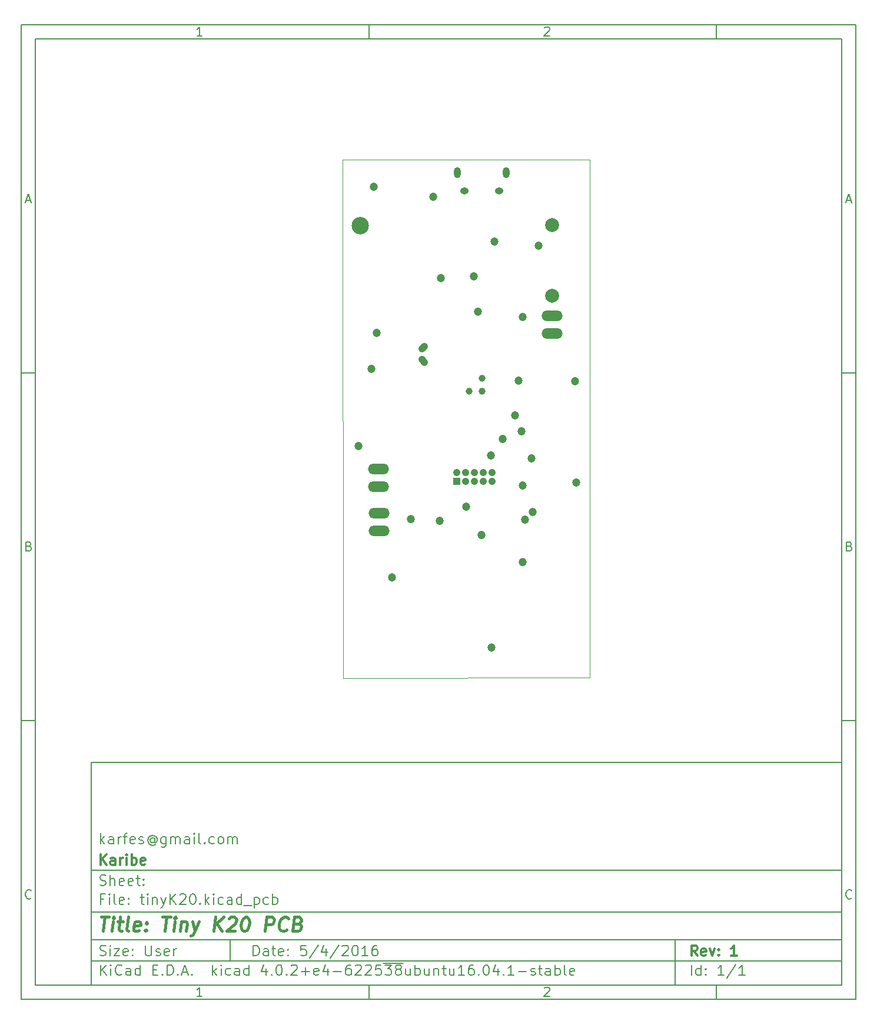
<source format=gbr>
G04 #@! TF.FileFunction,Soldermask,Bot*
%FSLAX46Y46*%
G04 Gerber Fmt 4.6, Leading zero omitted, Abs format (unit mm)*
G04 Created by KiCad (PCBNEW 4.0.2+e4-6225~38~ubuntu16.04.1-stable) date Wed 01 Jun 2016 06:58:51 PM EAT*
%MOMM*%
G01*
G04 APERTURE LIST*
%ADD10C,0.100000*%
%ADD11C,0.150000*%
%ADD12C,0.300000*%
%ADD13C,0.400000*%
%ADD14O,1.250000X0.950000*%
%ADD15O,1.000000X1.550000*%
%ADD16C,1.998980*%
%ADD17O,3.014980X1.506220*%
%ADD18C,1.000760*%
%ADD19R,1.050000X1.050000*%
%ADD20C,1.050000*%
%ADD21C,2.499360*%
%ADD22C,1.200000*%
%ADD23C,1.000000*%
G04 APERTURE END LIST*
D10*
D11*
X20004800Y-115994600D02*
X20004800Y-147994600D01*
X128004800Y-147994600D01*
X128004800Y-115994600D01*
X20004800Y-115994600D01*
D10*
D11*
X10000000Y-10000000D02*
X10000000Y-149994600D01*
X130004800Y-149994600D01*
X130004800Y-10000000D01*
X10000000Y-10000000D01*
D10*
D11*
X12000000Y-12000000D02*
X12000000Y-147994600D01*
X128004800Y-147994600D01*
X128004800Y-12000000D01*
X12000000Y-12000000D01*
D10*
D11*
X60000000Y-12000000D02*
X60000000Y-10000000D01*
D10*
D11*
X110000000Y-12000000D02*
X110000000Y-10000000D01*
D10*
D11*
X35990476Y-11588095D02*
X35247619Y-11588095D01*
X35619048Y-11588095D02*
X35619048Y-10288095D01*
X35495238Y-10473810D01*
X35371429Y-10597619D01*
X35247619Y-10659524D01*
D10*
D11*
X85247619Y-10411905D02*
X85309524Y-10350000D01*
X85433333Y-10288095D01*
X85742857Y-10288095D01*
X85866667Y-10350000D01*
X85928571Y-10411905D01*
X85990476Y-10535714D01*
X85990476Y-10659524D01*
X85928571Y-10845238D01*
X85185714Y-11588095D01*
X85990476Y-11588095D01*
D10*
D11*
X60000000Y-147994600D02*
X60000000Y-149994600D01*
D10*
D11*
X110000000Y-147994600D02*
X110000000Y-149994600D01*
D10*
D11*
X35990476Y-149582695D02*
X35247619Y-149582695D01*
X35619048Y-149582695D02*
X35619048Y-148282695D01*
X35495238Y-148468410D01*
X35371429Y-148592219D01*
X35247619Y-148654124D01*
D10*
D11*
X85247619Y-148406505D02*
X85309524Y-148344600D01*
X85433333Y-148282695D01*
X85742857Y-148282695D01*
X85866667Y-148344600D01*
X85928571Y-148406505D01*
X85990476Y-148530314D01*
X85990476Y-148654124D01*
X85928571Y-148839838D01*
X85185714Y-149582695D01*
X85990476Y-149582695D01*
D10*
D11*
X10000000Y-60000000D02*
X12000000Y-60000000D01*
D10*
D11*
X10000000Y-110000000D02*
X12000000Y-110000000D01*
D10*
D11*
X10690476Y-35216667D02*
X11309524Y-35216667D01*
X10566667Y-35588095D02*
X11000000Y-34288095D01*
X11433333Y-35588095D01*
D10*
D11*
X11092857Y-84907143D02*
X11278571Y-84969048D01*
X11340476Y-85030952D01*
X11402381Y-85154762D01*
X11402381Y-85340476D01*
X11340476Y-85464286D01*
X11278571Y-85526190D01*
X11154762Y-85588095D01*
X10659524Y-85588095D01*
X10659524Y-84288095D01*
X11092857Y-84288095D01*
X11216667Y-84350000D01*
X11278571Y-84411905D01*
X11340476Y-84535714D01*
X11340476Y-84659524D01*
X11278571Y-84783333D01*
X11216667Y-84845238D01*
X11092857Y-84907143D01*
X10659524Y-84907143D01*
D10*
D11*
X11402381Y-135464286D02*
X11340476Y-135526190D01*
X11154762Y-135588095D01*
X11030952Y-135588095D01*
X10845238Y-135526190D01*
X10721429Y-135402381D01*
X10659524Y-135278571D01*
X10597619Y-135030952D01*
X10597619Y-134845238D01*
X10659524Y-134597619D01*
X10721429Y-134473810D01*
X10845238Y-134350000D01*
X11030952Y-134288095D01*
X11154762Y-134288095D01*
X11340476Y-134350000D01*
X11402381Y-134411905D01*
D10*
D11*
X130004800Y-60000000D02*
X128004800Y-60000000D01*
D10*
D11*
X130004800Y-110000000D02*
X128004800Y-110000000D01*
D10*
D11*
X128695276Y-35216667D02*
X129314324Y-35216667D01*
X128571467Y-35588095D02*
X129004800Y-34288095D01*
X129438133Y-35588095D01*
D10*
D11*
X129097657Y-84907143D02*
X129283371Y-84969048D01*
X129345276Y-85030952D01*
X129407181Y-85154762D01*
X129407181Y-85340476D01*
X129345276Y-85464286D01*
X129283371Y-85526190D01*
X129159562Y-85588095D01*
X128664324Y-85588095D01*
X128664324Y-84288095D01*
X129097657Y-84288095D01*
X129221467Y-84350000D01*
X129283371Y-84411905D01*
X129345276Y-84535714D01*
X129345276Y-84659524D01*
X129283371Y-84783333D01*
X129221467Y-84845238D01*
X129097657Y-84907143D01*
X128664324Y-84907143D01*
D10*
D11*
X129407181Y-135464286D02*
X129345276Y-135526190D01*
X129159562Y-135588095D01*
X129035752Y-135588095D01*
X128850038Y-135526190D01*
X128726229Y-135402381D01*
X128664324Y-135278571D01*
X128602419Y-135030952D01*
X128602419Y-134845238D01*
X128664324Y-134597619D01*
X128726229Y-134473810D01*
X128850038Y-134350000D01*
X129035752Y-134288095D01*
X129159562Y-134288095D01*
X129345276Y-134350000D01*
X129407181Y-134411905D01*
D10*
D11*
X43361943Y-143773171D02*
X43361943Y-142273171D01*
X43719086Y-142273171D01*
X43933371Y-142344600D01*
X44076229Y-142487457D01*
X44147657Y-142630314D01*
X44219086Y-142916029D01*
X44219086Y-143130314D01*
X44147657Y-143416029D01*
X44076229Y-143558886D01*
X43933371Y-143701743D01*
X43719086Y-143773171D01*
X43361943Y-143773171D01*
X45504800Y-143773171D02*
X45504800Y-142987457D01*
X45433371Y-142844600D01*
X45290514Y-142773171D01*
X45004800Y-142773171D01*
X44861943Y-142844600D01*
X45504800Y-143701743D02*
X45361943Y-143773171D01*
X45004800Y-143773171D01*
X44861943Y-143701743D01*
X44790514Y-143558886D01*
X44790514Y-143416029D01*
X44861943Y-143273171D01*
X45004800Y-143201743D01*
X45361943Y-143201743D01*
X45504800Y-143130314D01*
X46004800Y-142773171D02*
X46576229Y-142773171D01*
X46219086Y-142273171D02*
X46219086Y-143558886D01*
X46290514Y-143701743D01*
X46433372Y-143773171D01*
X46576229Y-143773171D01*
X47647657Y-143701743D02*
X47504800Y-143773171D01*
X47219086Y-143773171D01*
X47076229Y-143701743D01*
X47004800Y-143558886D01*
X47004800Y-142987457D01*
X47076229Y-142844600D01*
X47219086Y-142773171D01*
X47504800Y-142773171D01*
X47647657Y-142844600D01*
X47719086Y-142987457D01*
X47719086Y-143130314D01*
X47004800Y-143273171D01*
X48361943Y-143630314D02*
X48433371Y-143701743D01*
X48361943Y-143773171D01*
X48290514Y-143701743D01*
X48361943Y-143630314D01*
X48361943Y-143773171D01*
X48361943Y-142844600D02*
X48433371Y-142916029D01*
X48361943Y-142987457D01*
X48290514Y-142916029D01*
X48361943Y-142844600D01*
X48361943Y-142987457D01*
X50933372Y-142273171D02*
X50219086Y-142273171D01*
X50147657Y-142987457D01*
X50219086Y-142916029D01*
X50361943Y-142844600D01*
X50719086Y-142844600D01*
X50861943Y-142916029D01*
X50933372Y-142987457D01*
X51004800Y-143130314D01*
X51004800Y-143487457D01*
X50933372Y-143630314D01*
X50861943Y-143701743D01*
X50719086Y-143773171D01*
X50361943Y-143773171D01*
X50219086Y-143701743D01*
X50147657Y-143630314D01*
X52719085Y-142201743D02*
X51433371Y-144130314D01*
X53861943Y-142773171D02*
X53861943Y-143773171D01*
X53504800Y-142201743D02*
X53147657Y-143273171D01*
X54076229Y-143273171D01*
X55719085Y-142201743D02*
X54433371Y-144130314D01*
X56147657Y-142416029D02*
X56219086Y-142344600D01*
X56361943Y-142273171D01*
X56719086Y-142273171D01*
X56861943Y-142344600D01*
X56933372Y-142416029D01*
X57004800Y-142558886D01*
X57004800Y-142701743D01*
X56933372Y-142916029D01*
X56076229Y-143773171D01*
X57004800Y-143773171D01*
X57933371Y-142273171D02*
X58076228Y-142273171D01*
X58219085Y-142344600D01*
X58290514Y-142416029D01*
X58361943Y-142558886D01*
X58433371Y-142844600D01*
X58433371Y-143201743D01*
X58361943Y-143487457D01*
X58290514Y-143630314D01*
X58219085Y-143701743D01*
X58076228Y-143773171D01*
X57933371Y-143773171D01*
X57790514Y-143701743D01*
X57719085Y-143630314D01*
X57647657Y-143487457D01*
X57576228Y-143201743D01*
X57576228Y-142844600D01*
X57647657Y-142558886D01*
X57719085Y-142416029D01*
X57790514Y-142344600D01*
X57933371Y-142273171D01*
X59861942Y-143773171D02*
X59004799Y-143773171D01*
X59433371Y-143773171D02*
X59433371Y-142273171D01*
X59290514Y-142487457D01*
X59147656Y-142630314D01*
X59004799Y-142701743D01*
X61147656Y-142273171D02*
X60861942Y-142273171D01*
X60719085Y-142344600D01*
X60647656Y-142416029D01*
X60504799Y-142630314D01*
X60433370Y-142916029D01*
X60433370Y-143487457D01*
X60504799Y-143630314D01*
X60576227Y-143701743D01*
X60719085Y-143773171D01*
X61004799Y-143773171D01*
X61147656Y-143701743D01*
X61219085Y-143630314D01*
X61290513Y-143487457D01*
X61290513Y-143130314D01*
X61219085Y-142987457D01*
X61147656Y-142916029D01*
X61004799Y-142844600D01*
X60719085Y-142844600D01*
X60576227Y-142916029D01*
X60504799Y-142987457D01*
X60433370Y-143130314D01*
D10*
D11*
X20004800Y-144494600D02*
X128004800Y-144494600D01*
D10*
D11*
X21361943Y-146573171D02*
X21361943Y-145073171D01*
X22219086Y-146573171D02*
X21576229Y-145716029D01*
X22219086Y-145073171D02*
X21361943Y-145930314D01*
X22861943Y-146573171D02*
X22861943Y-145573171D01*
X22861943Y-145073171D02*
X22790514Y-145144600D01*
X22861943Y-145216029D01*
X22933371Y-145144600D01*
X22861943Y-145073171D01*
X22861943Y-145216029D01*
X24433372Y-146430314D02*
X24361943Y-146501743D01*
X24147657Y-146573171D01*
X24004800Y-146573171D01*
X23790515Y-146501743D01*
X23647657Y-146358886D01*
X23576229Y-146216029D01*
X23504800Y-145930314D01*
X23504800Y-145716029D01*
X23576229Y-145430314D01*
X23647657Y-145287457D01*
X23790515Y-145144600D01*
X24004800Y-145073171D01*
X24147657Y-145073171D01*
X24361943Y-145144600D01*
X24433372Y-145216029D01*
X25719086Y-146573171D02*
X25719086Y-145787457D01*
X25647657Y-145644600D01*
X25504800Y-145573171D01*
X25219086Y-145573171D01*
X25076229Y-145644600D01*
X25719086Y-146501743D02*
X25576229Y-146573171D01*
X25219086Y-146573171D01*
X25076229Y-146501743D01*
X25004800Y-146358886D01*
X25004800Y-146216029D01*
X25076229Y-146073171D01*
X25219086Y-146001743D01*
X25576229Y-146001743D01*
X25719086Y-145930314D01*
X27076229Y-146573171D02*
X27076229Y-145073171D01*
X27076229Y-146501743D02*
X26933372Y-146573171D01*
X26647658Y-146573171D01*
X26504800Y-146501743D01*
X26433372Y-146430314D01*
X26361943Y-146287457D01*
X26361943Y-145858886D01*
X26433372Y-145716029D01*
X26504800Y-145644600D01*
X26647658Y-145573171D01*
X26933372Y-145573171D01*
X27076229Y-145644600D01*
X28933372Y-145787457D02*
X29433372Y-145787457D01*
X29647658Y-146573171D02*
X28933372Y-146573171D01*
X28933372Y-145073171D01*
X29647658Y-145073171D01*
X30290515Y-146430314D02*
X30361943Y-146501743D01*
X30290515Y-146573171D01*
X30219086Y-146501743D01*
X30290515Y-146430314D01*
X30290515Y-146573171D01*
X31004801Y-146573171D02*
X31004801Y-145073171D01*
X31361944Y-145073171D01*
X31576229Y-145144600D01*
X31719087Y-145287457D01*
X31790515Y-145430314D01*
X31861944Y-145716029D01*
X31861944Y-145930314D01*
X31790515Y-146216029D01*
X31719087Y-146358886D01*
X31576229Y-146501743D01*
X31361944Y-146573171D01*
X31004801Y-146573171D01*
X32504801Y-146430314D02*
X32576229Y-146501743D01*
X32504801Y-146573171D01*
X32433372Y-146501743D01*
X32504801Y-146430314D01*
X32504801Y-146573171D01*
X33147658Y-146144600D02*
X33861944Y-146144600D01*
X33004801Y-146573171D02*
X33504801Y-145073171D01*
X34004801Y-146573171D01*
X34504801Y-146430314D02*
X34576229Y-146501743D01*
X34504801Y-146573171D01*
X34433372Y-146501743D01*
X34504801Y-146430314D01*
X34504801Y-146573171D01*
X37504801Y-146573171D02*
X37504801Y-145073171D01*
X37647658Y-146001743D02*
X38076229Y-146573171D01*
X38076229Y-145573171D02*
X37504801Y-146144600D01*
X38719087Y-146573171D02*
X38719087Y-145573171D01*
X38719087Y-145073171D02*
X38647658Y-145144600D01*
X38719087Y-145216029D01*
X38790515Y-145144600D01*
X38719087Y-145073171D01*
X38719087Y-145216029D01*
X40076230Y-146501743D02*
X39933373Y-146573171D01*
X39647659Y-146573171D01*
X39504801Y-146501743D01*
X39433373Y-146430314D01*
X39361944Y-146287457D01*
X39361944Y-145858886D01*
X39433373Y-145716029D01*
X39504801Y-145644600D01*
X39647659Y-145573171D01*
X39933373Y-145573171D01*
X40076230Y-145644600D01*
X41361944Y-146573171D02*
X41361944Y-145787457D01*
X41290515Y-145644600D01*
X41147658Y-145573171D01*
X40861944Y-145573171D01*
X40719087Y-145644600D01*
X41361944Y-146501743D02*
X41219087Y-146573171D01*
X40861944Y-146573171D01*
X40719087Y-146501743D01*
X40647658Y-146358886D01*
X40647658Y-146216029D01*
X40719087Y-146073171D01*
X40861944Y-146001743D01*
X41219087Y-146001743D01*
X41361944Y-145930314D01*
X42719087Y-146573171D02*
X42719087Y-145073171D01*
X42719087Y-146501743D02*
X42576230Y-146573171D01*
X42290516Y-146573171D01*
X42147658Y-146501743D01*
X42076230Y-146430314D01*
X42004801Y-146287457D01*
X42004801Y-145858886D01*
X42076230Y-145716029D01*
X42147658Y-145644600D01*
X42290516Y-145573171D01*
X42576230Y-145573171D01*
X42719087Y-145644600D01*
X45219087Y-145573171D02*
X45219087Y-146573171D01*
X44861944Y-145001743D02*
X44504801Y-146073171D01*
X45433373Y-146073171D01*
X46004801Y-146430314D02*
X46076229Y-146501743D01*
X46004801Y-146573171D01*
X45933372Y-146501743D01*
X46004801Y-146430314D01*
X46004801Y-146573171D01*
X47004801Y-145073171D02*
X47147658Y-145073171D01*
X47290515Y-145144600D01*
X47361944Y-145216029D01*
X47433373Y-145358886D01*
X47504801Y-145644600D01*
X47504801Y-146001743D01*
X47433373Y-146287457D01*
X47361944Y-146430314D01*
X47290515Y-146501743D01*
X47147658Y-146573171D01*
X47004801Y-146573171D01*
X46861944Y-146501743D01*
X46790515Y-146430314D01*
X46719087Y-146287457D01*
X46647658Y-146001743D01*
X46647658Y-145644600D01*
X46719087Y-145358886D01*
X46790515Y-145216029D01*
X46861944Y-145144600D01*
X47004801Y-145073171D01*
X48147658Y-146430314D02*
X48219086Y-146501743D01*
X48147658Y-146573171D01*
X48076229Y-146501743D01*
X48147658Y-146430314D01*
X48147658Y-146573171D01*
X48790515Y-145216029D02*
X48861944Y-145144600D01*
X49004801Y-145073171D01*
X49361944Y-145073171D01*
X49504801Y-145144600D01*
X49576230Y-145216029D01*
X49647658Y-145358886D01*
X49647658Y-145501743D01*
X49576230Y-145716029D01*
X48719087Y-146573171D01*
X49647658Y-146573171D01*
X50290515Y-146001743D02*
X51433372Y-146001743D01*
X50861943Y-146573171D02*
X50861943Y-145430314D01*
X52719086Y-146501743D02*
X52576229Y-146573171D01*
X52290515Y-146573171D01*
X52147658Y-146501743D01*
X52076229Y-146358886D01*
X52076229Y-145787457D01*
X52147658Y-145644600D01*
X52290515Y-145573171D01*
X52576229Y-145573171D01*
X52719086Y-145644600D01*
X52790515Y-145787457D01*
X52790515Y-145930314D01*
X52076229Y-146073171D01*
X54076229Y-145573171D02*
X54076229Y-146573171D01*
X53719086Y-145001743D02*
X53361943Y-146073171D01*
X54290515Y-146073171D01*
X54861943Y-146001743D02*
X56004800Y-146001743D01*
X57361943Y-145073171D02*
X57076229Y-145073171D01*
X56933372Y-145144600D01*
X56861943Y-145216029D01*
X56719086Y-145430314D01*
X56647657Y-145716029D01*
X56647657Y-146287457D01*
X56719086Y-146430314D01*
X56790514Y-146501743D01*
X56933372Y-146573171D01*
X57219086Y-146573171D01*
X57361943Y-146501743D01*
X57433372Y-146430314D01*
X57504800Y-146287457D01*
X57504800Y-145930314D01*
X57433372Y-145787457D01*
X57361943Y-145716029D01*
X57219086Y-145644600D01*
X56933372Y-145644600D01*
X56790514Y-145716029D01*
X56719086Y-145787457D01*
X56647657Y-145930314D01*
X58076228Y-145216029D02*
X58147657Y-145144600D01*
X58290514Y-145073171D01*
X58647657Y-145073171D01*
X58790514Y-145144600D01*
X58861943Y-145216029D01*
X58933371Y-145358886D01*
X58933371Y-145501743D01*
X58861943Y-145716029D01*
X58004800Y-146573171D01*
X58933371Y-146573171D01*
X59504799Y-145216029D02*
X59576228Y-145144600D01*
X59719085Y-145073171D01*
X60076228Y-145073171D01*
X60219085Y-145144600D01*
X60290514Y-145216029D01*
X60361942Y-145358886D01*
X60361942Y-145501743D01*
X60290514Y-145716029D01*
X59433371Y-146573171D01*
X60361942Y-146573171D01*
X61719085Y-145073171D02*
X61004799Y-145073171D01*
X60933370Y-145787457D01*
X61004799Y-145716029D01*
X61147656Y-145644600D01*
X61504799Y-145644600D01*
X61647656Y-145716029D01*
X61719085Y-145787457D01*
X61790513Y-145930314D01*
X61790513Y-146287457D01*
X61719085Y-146430314D01*
X61647656Y-146501743D01*
X61504799Y-146573171D01*
X61147656Y-146573171D01*
X61004799Y-146501743D01*
X60933370Y-146430314D01*
X62290513Y-145073171D02*
X63219084Y-145073171D01*
X62719084Y-145644600D01*
X62933370Y-145644600D01*
X63076227Y-145716029D01*
X63147656Y-145787457D01*
X63219084Y-145930314D01*
X63219084Y-146287457D01*
X63147656Y-146430314D01*
X63076227Y-146501743D01*
X62933370Y-146573171D01*
X62504798Y-146573171D01*
X62361941Y-146501743D01*
X62290513Y-146430314D01*
X64076227Y-145716029D02*
X63933369Y-145644600D01*
X63861941Y-145573171D01*
X63790512Y-145430314D01*
X63790512Y-145358886D01*
X63861941Y-145216029D01*
X63933369Y-145144600D01*
X64076227Y-145073171D01*
X64361941Y-145073171D01*
X64504798Y-145144600D01*
X64576227Y-145216029D01*
X64647655Y-145358886D01*
X64647655Y-145430314D01*
X64576227Y-145573171D01*
X64504798Y-145644600D01*
X64361941Y-145716029D01*
X64076227Y-145716029D01*
X63933369Y-145787457D01*
X63861941Y-145858886D01*
X63790512Y-146001743D01*
X63790512Y-146287457D01*
X63861941Y-146430314D01*
X63933369Y-146501743D01*
X64076227Y-146573171D01*
X64361941Y-146573171D01*
X64504798Y-146501743D01*
X64576227Y-146430314D01*
X64647655Y-146287457D01*
X64647655Y-146001743D01*
X64576227Y-145858886D01*
X64504798Y-145787457D01*
X64361941Y-145716029D01*
X62076227Y-144814600D02*
X64933369Y-144814600D01*
X65933369Y-145573171D02*
X65933369Y-146573171D01*
X65290512Y-145573171D02*
X65290512Y-146358886D01*
X65361940Y-146501743D01*
X65504798Y-146573171D01*
X65719083Y-146573171D01*
X65861940Y-146501743D01*
X65933369Y-146430314D01*
X66647655Y-146573171D02*
X66647655Y-145073171D01*
X66647655Y-145644600D02*
X66790512Y-145573171D01*
X67076226Y-145573171D01*
X67219083Y-145644600D01*
X67290512Y-145716029D01*
X67361941Y-145858886D01*
X67361941Y-146287457D01*
X67290512Y-146430314D01*
X67219083Y-146501743D01*
X67076226Y-146573171D01*
X66790512Y-146573171D01*
X66647655Y-146501743D01*
X68647655Y-145573171D02*
X68647655Y-146573171D01*
X68004798Y-145573171D02*
X68004798Y-146358886D01*
X68076226Y-146501743D01*
X68219084Y-146573171D01*
X68433369Y-146573171D01*
X68576226Y-146501743D01*
X68647655Y-146430314D01*
X69361941Y-145573171D02*
X69361941Y-146573171D01*
X69361941Y-145716029D02*
X69433369Y-145644600D01*
X69576227Y-145573171D01*
X69790512Y-145573171D01*
X69933369Y-145644600D01*
X70004798Y-145787457D01*
X70004798Y-146573171D01*
X70504798Y-145573171D02*
X71076227Y-145573171D01*
X70719084Y-145073171D02*
X70719084Y-146358886D01*
X70790512Y-146501743D01*
X70933370Y-146573171D01*
X71076227Y-146573171D01*
X72219084Y-145573171D02*
X72219084Y-146573171D01*
X71576227Y-145573171D02*
X71576227Y-146358886D01*
X71647655Y-146501743D01*
X71790513Y-146573171D01*
X72004798Y-146573171D01*
X72147655Y-146501743D01*
X72219084Y-146430314D01*
X73719084Y-146573171D02*
X72861941Y-146573171D01*
X73290513Y-146573171D02*
X73290513Y-145073171D01*
X73147656Y-145287457D01*
X73004798Y-145430314D01*
X72861941Y-145501743D01*
X75004798Y-145073171D02*
X74719084Y-145073171D01*
X74576227Y-145144600D01*
X74504798Y-145216029D01*
X74361941Y-145430314D01*
X74290512Y-145716029D01*
X74290512Y-146287457D01*
X74361941Y-146430314D01*
X74433369Y-146501743D01*
X74576227Y-146573171D01*
X74861941Y-146573171D01*
X75004798Y-146501743D01*
X75076227Y-146430314D01*
X75147655Y-146287457D01*
X75147655Y-145930314D01*
X75076227Y-145787457D01*
X75004798Y-145716029D01*
X74861941Y-145644600D01*
X74576227Y-145644600D01*
X74433369Y-145716029D01*
X74361941Y-145787457D01*
X74290512Y-145930314D01*
X75790512Y-146430314D02*
X75861940Y-146501743D01*
X75790512Y-146573171D01*
X75719083Y-146501743D01*
X75790512Y-146430314D01*
X75790512Y-146573171D01*
X76790512Y-145073171D02*
X76933369Y-145073171D01*
X77076226Y-145144600D01*
X77147655Y-145216029D01*
X77219084Y-145358886D01*
X77290512Y-145644600D01*
X77290512Y-146001743D01*
X77219084Y-146287457D01*
X77147655Y-146430314D01*
X77076226Y-146501743D01*
X76933369Y-146573171D01*
X76790512Y-146573171D01*
X76647655Y-146501743D01*
X76576226Y-146430314D01*
X76504798Y-146287457D01*
X76433369Y-146001743D01*
X76433369Y-145644600D01*
X76504798Y-145358886D01*
X76576226Y-145216029D01*
X76647655Y-145144600D01*
X76790512Y-145073171D01*
X78576226Y-145573171D02*
X78576226Y-146573171D01*
X78219083Y-145001743D02*
X77861940Y-146073171D01*
X78790512Y-146073171D01*
X79361940Y-146430314D02*
X79433368Y-146501743D01*
X79361940Y-146573171D01*
X79290511Y-146501743D01*
X79361940Y-146430314D01*
X79361940Y-146573171D01*
X80861940Y-146573171D02*
X80004797Y-146573171D01*
X80433369Y-146573171D02*
X80433369Y-145073171D01*
X80290512Y-145287457D01*
X80147654Y-145430314D01*
X80004797Y-145501743D01*
X81504797Y-146001743D02*
X82647654Y-146001743D01*
X83290511Y-146501743D02*
X83433368Y-146573171D01*
X83719083Y-146573171D01*
X83861940Y-146501743D01*
X83933368Y-146358886D01*
X83933368Y-146287457D01*
X83861940Y-146144600D01*
X83719083Y-146073171D01*
X83504797Y-146073171D01*
X83361940Y-146001743D01*
X83290511Y-145858886D01*
X83290511Y-145787457D01*
X83361940Y-145644600D01*
X83504797Y-145573171D01*
X83719083Y-145573171D01*
X83861940Y-145644600D01*
X84361940Y-145573171D02*
X84933369Y-145573171D01*
X84576226Y-145073171D02*
X84576226Y-146358886D01*
X84647654Y-146501743D01*
X84790512Y-146573171D01*
X84933369Y-146573171D01*
X86076226Y-146573171D02*
X86076226Y-145787457D01*
X86004797Y-145644600D01*
X85861940Y-145573171D01*
X85576226Y-145573171D01*
X85433369Y-145644600D01*
X86076226Y-146501743D02*
X85933369Y-146573171D01*
X85576226Y-146573171D01*
X85433369Y-146501743D01*
X85361940Y-146358886D01*
X85361940Y-146216029D01*
X85433369Y-146073171D01*
X85576226Y-146001743D01*
X85933369Y-146001743D01*
X86076226Y-145930314D01*
X86790512Y-146573171D02*
X86790512Y-145073171D01*
X86790512Y-145644600D02*
X86933369Y-145573171D01*
X87219083Y-145573171D01*
X87361940Y-145644600D01*
X87433369Y-145716029D01*
X87504798Y-145858886D01*
X87504798Y-146287457D01*
X87433369Y-146430314D01*
X87361940Y-146501743D01*
X87219083Y-146573171D01*
X86933369Y-146573171D01*
X86790512Y-146501743D01*
X88361941Y-146573171D02*
X88219083Y-146501743D01*
X88147655Y-146358886D01*
X88147655Y-145073171D01*
X89504797Y-146501743D02*
X89361940Y-146573171D01*
X89076226Y-146573171D01*
X88933369Y-146501743D01*
X88861940Y-146358886D01*
X88861940Y-145787457D01*
X88933369Y-145644600D01*
X89076226Y-145573171D01*
X89361940Y-145573171D01*
X89504797Y-145644600D01*
X89576226Y-145787457D01*
X89576226Y-145930314D01*
X88861940Y-146073171D01*
D10*
D11*
X20004800Y-141494600D02*
X128004800Y-141494600D01*
D10*
D12*
X107219086Y-143773171D02*
X106719086Y-143058886D01*
X106361943Y-143773171D02*
X106361943Y-142273171D01*
X106933371Y-142273171D01*
X107076229Y-142344600D01*
X107147657Y-142416029D01*
X107219086Y-142558886D01*
X107219086Y-142773171D01*
X107147657Y-142916029D01*
X107076229Y-142987457D01*
X106933371Y-143058886D01*
X106361943Y-143058886D01*
X108433371Y-143701743D02*
X108290514Y-143773171D01*
X108004800Y-143773171D01*
X107861943Y-143701743D01*
X107790514Y-143558886D01*
X107790514Y-142987457D01*
X107861943Y-142844600D01*
X108004800Y-142773171D01*
X108290514Y-142773171D01*
X108433371Y-142844600D01*
X108504800Y-142987457D01*
X108504800Y-143130314D01*
X107790514Y-143273171D01*
X109004800Y-142773171D02*
X109361943Y-143773171D01*
X109719085Y-142773171D01*
X110290514Y-143630314D02*
X110361942Y-143701743D01*
X110290514Y-143773171D01*
X110219085Y-143701743D01*
X110290514Y-143630314D01*
X110290514Y-143773171D01*
X110290514Y-142844600D02*
X110361942Y-142916029D01*
X110290514Y-142987457D01*
X110219085Y-142916029D01*
X110290514Y-142844600D01*
X110290514Y-142987457D01*
X112933371Y-143773171D02*
X112076228Y-143773171D01*
X112504800Y-143773171D02*
X112504800Y-142273171D01*
X112361943Y-142487457D01*
X112219085Y-142630314D01*
X112076228Y-142701743D01*
D10*
D11*
X21290514Y-143701743D02*
X21504800Y-143773171D01*
X21861943Y-143773171D01*
X22004800Y-143701743D01*
X22076229Y-143630314D01*
X22147657Y-143487457D01*
X22147657Y-143344600D01*
X22076229Y-143201743D01*
X22004800Y-143130314D01*
X21861943Y-143058886D01*
X21576229Y-142987457D01*
X21433371Y-142916029D01*
X21361943Y-142844600D01*
X21290514Y-142701743D01*
X21290514Y-142558886D01*
X21361943Y-142416029D01*
X21433371Y-142344600D01*
X21576229Y-142273171D01*
X21933371Y-142273171D01*
X22147657Y-142344600D01*
X22790514Y-143773171D02*
X22790514Y-142773171D01*
X22790514Y-142273171D02*
X22719085Y-142344600D01*
X22790514Y-142416029D01*
X22861942Y-142344600D01*
X22790514Y-142273171D01*
X22790514Y-142416029D01*
X23361943Y-142773171D02*
X24147657Y-142773171D01*
X23361943Y-143773171D01*
X24147657Y-143773171D01*
X25290514Y-143701743D02*
X25147657Y-143773171D01*
X24861943Y-143773171D01*
X24719086Y-143701743D01*
X24647657Y-143558886D01*
X24647657Y-142987457D01*
X24719086Y-142844600D01*
X24861943Y-142773171D01*
X25147657Y-142773171D01*
X25290514Y-142844600D01*
X25361943Y-142987457D01*
X25361943Y-143130314D01*
X24647657Y-143273171D01*
X26004800Y-143630314D02*
X26076228Y-143701743D01*
X26004800Y-143773171D01*
X25933371Y-143701743D01*
X26004800Y-143630314D01*
X26004800Y-143773171D01*
X26004800Y-142844600D02*
X26076228Y-142916029D01*
X26004800Y-142987457D01*
X25933371Y-142916029D01*
X26004800Y-142844600D01*
X26004800Y-142987457D01*
X27861943Y-142273171D02*
X27861943Y-143487457D01*
X27933371Y-143630314D01*
X28004800Y-143701743D01*
X28147657Y-143773171D01*
X28433371Y-143773171D01*
X28576229Y-143701743D01*
X28647657Y-143630314D01*
X28719086Y-143487457D01*
X28719086Y-142273171D01*
X29361943Y-143701743D02*
X29504800Y-143773171D01*
X29790515Y-143773171D01*
X29933372Y-143701743D01*
X30004800Y-143558886D01*
X30004800Y-143487457D01*
X29933372Y-143344600D01*
X29790515Y-143273171D01*
X29576229Y-143273171D01*
X29433372Y-143201743D01*
X29361943Y-143058886D01*
X29361943Y-142987457D01*
X29433372Y-142844600D01*
X29576229Y-142773171D01*
X29790515Y-142773171D01*
X29933372Y-142844600D01*
X31219086Y-143701743D02*
X31076229Y-143773171D01*
X30790515Y-143773171D01*
X30647658Y-143701743D01*
X30576229Y-143558886D01*
X30576229Y-142987457D01*
X30647658Y-142844600D01*
X30790515Y-142773171D01*
X31076229Y-142773171D01*
X31219086Y-142844600D01*
X31290515Y-142987457D01*
X31290515Y-143130314D01*
X30576229Y-143273171D01*
X31933372Y-143773171D02*
X31933372Y-142773171D01*
X31933372Y-143058886D02*
X32004800Y-142916029D01*
X32076229Y-142844600D01*
X32219086Y-142773171D01*
X32361943Y-142773171D01*
D10*
D11*
X106361943Y-146573171D02*
X106361943Y-145073171D01*
X107719086Y-146573171D02*
X107719086Y-145073171D01*
X107719086Y-146501743D02*
X107576229Y-146573171D01*
X107290515Y-146573171D01*
X107147657Y-146501743D01*
X107076229Y-146430314D01*
X107004800Y-146287457D01*
X107004800Y-145858886D01*
X107076229Y-145716029D01*
X107147657Y-145644600D01*
X107290515Y-145573171D01*
X107576229Y-145573171D01*
X107719086Y-145644600D01*
X108433372Y-146430314D02*
X108504800Y-146501743D01*
X108433372Y-146573171D01*
X108361943Y-146501743D01*
X108433372Y-146430314D01*
X108433372Y-146573171D01*
X108433372Y-145644600D02*
X108504800Y-145716029D01*
X108433372Y-145787457D01*
X108361943Y-145716029D01*
X108433372Y-145644600D01*
X108433372Y-145787457D01*
X111076229Y-146573171D02*
X110219086Y-146573171D01*
X110647658Y-146573171D02*
X110647658Y-145073171D01*
X110504801Y-145287457D01*
X110361943Y-145430314D01*
X110219086Y-145501743D01*
X112790514Y-145001743D02*
X111504800Y-146930314D01*
X114076229Y-146573171D02*
X113219086Y-146573171D01*
X113647658Y-146573171D02*
X113647658Y-145073171D01*
X113504801Y-145287457D01*
X113361943Y-145430314D01*
X113219086Y-145501743D01*
D10*
D11*
X20004800Y-137494600D02*
X128004800Y-137494600D01*
D10*
D13*
X21457181Y-138199362D02*
X22600038Y-138199362D01*
X21778610Y-140199362D02*
X22028610Y-138199362D01*
X23016705Y-140199362D02*
X23183371Y-138866029D01*
X23266705Y-138199362D02*
X23159562Y-138294600D01*
X23242895Y-138389838D01*
X23350039Y-138294600D01*
X23266705Y-138199362D01*
X23242895Y-138389838D01*
X23850038Y-138866029D02*
X24611943Y-138866029D01*
X24219086Y-138199362D02*
X24004800Y-139913648D01*
X24076230Y-140104124D01*
X24254801Y-140199362D01*
X24445277Y-140199362D01*
X25397658Y-140199362D02*
X25219087Y-140104124D01*
X25147657Y-139913648D01*
X25361943Y-138199362D01*
X26933372Y-140104124D02*
X26730991Y-140199362D01*
X26350039Y-140199362D01*
X26171467Y-140104124D01*
X26100038Y-139913648D01*
X26195276Y-139151743D01*
X26314324Y-138961267D01*
X26516705Y-138866029D01*
X26897657Y-138866029D01*
X27076229Y-138961267D01*
X27147657Y-139151743D01*
X27123848Y-139342219D01*
X26147657Y-139532695D01*
X27897657Y-140008886D02*
X27980992Y-140104124D01*
X27873848Y-140199362D01*
X27790515Y-140104124D01*
X27897657Y-140008886D01*
X27873848Y-140199362D01*
X28028610Y-138961267D02*
X28111944Y-139056505D01*
X28004800Y-139151743D01*
X27921467Y-139056505D01*
X28028610Y-138961267D01*
X28004800Y-139151743D01*
X30314325Y-138199362D02*
X31457182Y-138199362D01*
X30635754Y-140199362D02*
X30885754Y-138199362D01*
X31873849Y-140199362D02*
X32040515Y-138866029D01*
X32123849Y-138199362D02*
X32016706Y-138294600D01*
X32100039Y-138389838D01*
X32207183Y-138294600D01*
X32123849Y-138199362D01*
X32100039Y-138389838D01*
X32992896Y-138866029D02*
X32826230Y-140199362D01*
X32969087Y-139056505D02*
X33076231Y-138961267D01*
X33278611Y-138866029D01*
X33564325Y-138866029D01*
X33742897Y-138961267D01*
X33814325Y-139151743D01*
X33683373Y-140199362D01*
X34611944Y-138866029D02*
X34921469Y-140199362D01*
X35564325Y-138866029D02*
X34921469Y-140199362D01*
X34671469Y-140675552D01*
X34564325Y-140770790D01*
X34361944Y-140866029D01*
X37683374Y-140199362D02*
X37933374Y-138199362D01*
X38826232Y-140199362D02*
X38111946Y-139056505D01*
X39076232Y-138199362D02*
X37790517Y-139342219D01*
X39814326Y-138389838D02*
X39921469Y-138294600D01*
X40123851Y-138199362D01*
X40600041Y-138199362D01*
X40778612Y-138294600D01*
X40861945Y-138389838D01*
X40933375Y-138580314D01*
X40909565Y-138770790D01*
X40778612Y-139056505D01*
X39492898Y-140199362D01*
X40730994Y-140199362D01*
X42219089Y-138199362D02*
X42409565Y-138199362D01*
X42588136Y-138294600D01*
X42671469Y-138389838D01*
X42742898Y-138580314D01*
X42790518Y-138961267D01*
X42730994Y-139437457D01*
X42588136Y-139818410D01*
X42469088Y-140008886D01*
X42361946Y-140104124D01*
X42159565Y-140199362D01*
X41969089Y-140199362D01*
X41790518Y-140104124D01*
X41707184Y-140008886D01*
X41635755Y-139818410D01*
X41588136Y-139437457D01*
X41647660Y-138961267D01*
X41790517Y-138580314D01*
X41909565Y-138389838D01*
X42016708Y-138294600D01*
X42219089Y-138199362D01*
X45016708Y-140199362D02*
X45266708Y-138199362D01*
X46028613Y-138199362D01*
X46207184Y-138294600D01*
X46290518Y-138389838D01*
X46361947Y-138580314D01*
X46326232Y-138866029D01*
X46207185Y-139056505D01*
X46100041Y-139151743D01*
X45897660Y-139246981D01*
X45135755Y-139246981D01*
X48183375Y-140008886D02*
X48076233Y-140104124D01*
X47778613Y-140199362D01*
X47588137Y-140199362D01*
X47314328Y-140104124D01*
X47147661Y-139913648D01*
X47076232Y-139723171D01*
X47028613Y-139342219D01*
X47064327Y-139056505D01*
X47207184Y-138675552D01*
X47326233Y-138485076D01*
X47540518Y-138294600D01*
X47838137Y-138199362D01*
X48028613Y-138199362D01*
X48302423Y-138294600D01*
X48385756Y-138389838D01*
X49814327Y-139151743D02*
X50088136Y-139246981D01*
X50171471Y-139342219D01*
X50242899Y-139532695D01*
X50207185Y-139818410D01*
X50088137Y-140008886D01*
X49980994Y-140104124D01*
X49778613Y-140199362D01*
X49016708Y-140199362D01*
X49266708Y-138199362D01*
X49933375Y-138199362D01*
X50111946Y-138294600D01*
X50195279Y-138389838D01*
X50266709Y-138580314D01*
X50242899Y-138770790D01*
X50123851Y-138961267D01*
X50016708Y-139056505D01*
X49814327Y-139151743D01*
X49147660Y-139151743D01*
D10*
D11*
X21861943Y-135587457D02*
X21361943Y-135587457D01*
X21361943Y-136373171D02*
X21361943Y-134873171D01*
X22076229Y-134873171D01*
X22647657Y-136373171D02*
X22647657Y-135373171D01*
X22647657Y-134873171D02*
X22576228Y-134944600D01*
X22647657Y-135016029D01*
X22719085Y-134944600D01*
X22647657Y-134873171D01*
X22647657Y-135016029D01*
X23576229Y-136373171D02*
X23433371Y-136301743D01*
X23361943Y-136158886D01*
X23361943Y-134873171D01*
X24719085Y-136301743D02*
X24576228Y-136373171D01*
X24290514Y-136373171D01*
X24147657Y-136301743D01*
X24076228Y-136158886D01*
X24076228Y-135587457D01*
X24147657Y-135444600D01*
X24290514Y-135373171D01*
X24576228Y-135373171D01*
X24719085Y-135444600D01*
X24790514Y-135587457D01*
X24790514Y-135730314D01*
X24076228Y-135873171D01*
X25433371Y-136230314D02*
X25504799Y-136301743D01*
X25433371Y-136373171D01*
X25361942Y-136301743D01*
X25433371Y-136230314D01*
X25433371Y-136373171D01*
X25433371Y-135444600D02*
X25504799Y-135516029D01*
X25433371Y-135587457D01*
X25361942Y-135516029D01*
X25433371Y-135444600D01*
X25433371Y-135587457D01*
X27076228Y-135373171D02*
X27647657Y-135373171D01*
X27290514Y-134873171D02*
X27290514Y-136158886D01*
X27361942Y-136301743D01*
X27504800Y-136373171D01*
X27647657Y-136373171D01*
X28147657Y-136373171D02*
X28147657Y-135373171D01*
X28147657Y-134873171D02*
X28076228Y-134944600D01*
X28147657Y-135016029D01*
X28219085Y-134944600D01*
X28147657Y-134873171D01*
X28147657Y-135016029D01*
X28861943Y-135373171D02*
X28861943Y-136373171D01*
X28861943Y-135516029D02*
X28933371Y-135444600D01*
X29076229Y-135373171D01*
X29290514Y-135373171D01*
X29433371Y-135444600D01*
X29504800Y-135587457D01*
X29504800Y-136373171D01*
X30076229Y-135373171D02*
X30433372Y-136373171D01*
X30790514Y-135373171D02*
X30433372Y-136373171D01*
X30290514Y-136730314D01*
X30219086Y-136801743D01*
X30076229Y-136873171D01*
X31361943Y-136373171D02*
X31361943Y-134873171D01*
X32219086Y-136373171D02*
X31576229Y-135516029D01*
X32219086Y-134873171D02*
X31361943Y-135730314D01*
X32790514Y-135016029D02*
X32861943Y-134944600D01*
X33004800Y-134873171D01*
X33361943Y-134873171D01*
X33504800Y-134944600D01*
X33576229Y-135016029D01*
X33647657Y-135158886D01*
X33647657Y-135301743D01*
X33576229Y-135516029D01*
X32719086Y-136373171D01*
X33647657Y-136373171D01*
X34576228Y-134873171D02*
X34719085Y-134873171D01*
X34861942Y-134944600D01*
X34933371Y-135016029D01*
X35004800Y-135158886D01*
X35076228Y-135444600D01*
X35076228Y-135801743D01*
X35004800Y-136087457D01*
X34933371Y-136230314D01*
X34861942Y-136301743D01*
X34719085Y-136373171D01*
X34576228Y-136373171D01*
X34433371Y-136301743D01*
X34361942Y-136230314D01*
X34290514Y-136087457D01*
X34219085Y-135801743D01*
X34219085Y-135444600D01*
X34290514Y-135158886D01*
X34361942Y-135016029D01*
X34433371Y-134944600D01*
X34576228Y-134873171D01*
X35719085Y-136230314D02*
X35790513Y-136301743D01*
X35719085Y-136373171D01*
X35647656Y-136301743D01*
X35719085Y-136230314D01*
X35719085Y-136373171D01*
X36433371Y-136373171D02*
X36433371Y-134873171D01*
X36576228Y-135801743D02*
X37004799Y-136373171D01*
X37004799Y-135373171D02*
X36433371Y-135944600D01*
X37647657Y-136373171D02*
X37647657Y-135373171D01*
X37647657Y-134873171D02*
X37576228Y-134944600D01*
X37647657Y-135016029D01*
X37719085Y-134944600D01*
X37647657Y-134873171D01*
X37647657Y-135016029D01*
X39004800Y-136301743D02*
X38861943Y-136373171D01*
X38576229Y-136373171D01*
X38433371Y-136301743D01*
X38361943Y-136230314D01*
X38290514Y-136087457D01*
X38290514Y-135658886D01*
X38361943Y-135516029D01*
X38433371Y-135444600D01*
X38576229Y-135373171D01*
X38861943Y-135373171D01*
X39004800Y-135444600D01*
X40290514Y-136373171D02*
X40290514Y-135587457D01*
X40219085Y-135444600D01*
X40076228Y-135373171D01*
X39790514Y-135373171D01*
X39647657Y-135444600D01*
X40290514Y-136301743D02*
X40147657Y-136373171D01*
X39790514Y-136373171D01*
X39647657Y-136301743D01*
X39576228Y-136158886D01*
X39576228Y-136016029D01*
X39647657Y-135873171D01*
X39790514Y-135801743D01*
X40147657Y-135801743D01*
X40290514Y-135730314D01*
X41647657Y-136373171D02*
X41647657Y-134873171D01*
X41647657Y-136301743D02*
X41504800Y-136373171D01*
X41219086Y-136373171D01*
X41076228Y-136301743D01*
X41004800Y-136230314D01*
X40933371Y-136087457D01*
X40933371Y-135658886D01*
X41004800Y-135516029D01*
X41076228Y-135444600D01*
X41219086Y-135373171D01*
X41504800Y-135373171D01*
X41647657Y-135444600D01*
X42004800Y-136516029D02*
X43147657Y-136516029D01*
X43504800Y-135373171D02*
X43504800Y-136873171D01*
X43504800Y-135444600D02*
X43647657Y-135373171D01*
X43933371Y-135373171D01*
X44076228Y-135444600D01*
X44147657Y-135516029D01*
X44219086Y-135658886D01*
X44219086Y-136087457D01*
X44147657Y-136230314D01*
X44076228Y-136301743D01*
X43933371Y-136373171D01*
X43647657Y-136373171D01*
X43504800Y-136301743D01*
X45504800Y-136301743D02*
X45361943Y-136373171D01*
X45076229Y-136373171D01*
X44933371Y-136301743D01*
X44861943Y-136230314D01*
X44790514Y-136087457D01*
X44790514Y-135658886D01*
X44861943Y-135516029D01*
X44933371Y-135444600D01*
X45076229Y-135373171D01*
X45361943Y-135373171D01*
X45504800Y-135444600D01*
X46147657Y-136373171D02*
X46147657Y-134873171D01*
X46147657Y-135444600D02*
X46290514Y-135373171D01*
X46576228Y-135373171D01*
X46719085Y-135444600D01*
X46790514Y-135516029D01*
X46861943Y-135658886D01*
X46861943Y-136087457D01*
X46790514Y-136230314D01*
X46719085Y-136301743D01*
X46576228Y-136373171D01*
X46290514Y-136373171D01*
X46147657Y-136301743D01*
D10*
D11*
X20004800Y-131494600D02*
X128004800Y-131494600D01*
D10*
D11*
X21290514Y-133601743D02*
X21504800Y-133673171D01*
X21861943Y-133673171D01*
X22004800Y-133601743D01*
X22076229Y-133530314D01*
X22147657Y-133387457D01*
X22147657Y-133244600D01*
X22076229Y-133101743D01*
X22004800Y-133030314D01*
X21861943Y-132958886D01*
X21576229Y-132887457D01*
X21433371Y-132816029D01*
X21361943Y-132744600D01*
X21290514Y-132601743D01*
X21290514Y-132458886D01*
X21361943Y-132316029D01*
X21433371Y-132244600D01*
X21576229Y-132173171D01*
X21933371Y-132173171D01*
X22147657Y-132244600D01*
X22790514Y-133673171D02*
X22790514Y-132173171D01*
X23433371Y-133673171D02*
X23433371Y-132887457D01*
X23361942Y-132744600D01*
X23219085Y-132673171D01*
X23004800Y-132673171D01*
X22861942Y-132744600D01*
X22790514Y-132816029D01*
X24719085Y-133601743D02*
X24576228Y-133673171D01*
X24290514Y-133673171D01*
X24147657Y-133601743D01*
X24076228Y-133458886D01*
X24076228Y-132887457D01*
X24147657Y-132744600D01*
X24290514Y-132673171D01*
X24576228Y-132673171D01*
X24719085Y-132744600D01*
X24790514Y-132887457D01*
X24790514Y-133030314D01*
X24076228Y-133173171D01*
X26004799Y-133601743D02*
X25861942Y-133673171D01*
X25576228Y-133673171D01*
X25433371Y-133601743D01*
X25361942Y-133458886D01*
X25361942Y-132887457D01*
X25433371Y-132744600D01*
X25576228Y-132673171D01*
X25861942Y-132673171D01*
X26004799Y-132744600D01*
X26076228Y-132887457D01*
X26076228Y-133030314D01*
X25361942Y-133173171D01*
X26504799Y-132673171D02*
X27076228Y-132673171D01*
X26719085Y-132173171D02*
X26719085Y-133458886D01*
X26790513Y-133601743D01*
X26933371Y-133673171D01*
X27076228Y-133673171D01*
X27576228Y-133530314D02*
X27647656Y-133601743D01*
X27576228Y-133673171D01*
X27504799Y-133601743D01*
X27576228Y-133530314D01*
X27576228Y-133673171D01*
X27576228Y-132744600D02*
X27647656Y-132816029D01*
X27576228Y-132887457D01*
X27504799Y-132816029D01*
X27576228Y-132744600D01*
X27576228Y-132887457D01*
D10*
D12*
X21361943Y-130673171D02*
X21361943Y-129173171D01*
X22219086Y-130673171D02*
X21576229Y-129816029D01*
X22219086Y-129173171D02*
X21361943Y-130030314D01*
X23504800Y-130673171D02*
X23504800Y-129887457D01*
X23433371Y-129744600D01*
X23290514Y-129673171D01*
X23004800Y-129673171D01*
X22861943Y-129744600D01*
X23504800Y-130601743D02*
X23361943Y-130673171D01*
X23004800Y-130673171D01*
X22861943Y-130601743D01*
X22790514Y-130458886D01*
X22790514Y-130316029D01*
X22861943Y-130173171D01*
X23004800Y-130101743D01*
X23361943Y-130101743D01*
X23504800Y-130030314D01*
X24219086Y-130673171D02*
X24219086Y-129673171D01*
X24219086Y-129958886D02*
X24290514Y-129816029D01*
X24361943Y-129744600D01*
X24504800Y-129673171D01*
X24647657Y-129673171D01*
X25147657Y-130673171D02*
X25147657Y-129673171D01*
X25147657Y-129173171D02*
X25076228Y-129244600D01*
X25147657Y-129316029D01*
X25219085Y-129244600D01*
X25147657Y-129173171D01*
X25147657Y-129316029D01*
X25861943Y-130673171D02*
X25861943Y-129173171D01*
X25861943Y-129744600D02*
X26004800Y-129673171D01*
X26290514Y-129673171D01*
X26433371Y-129744600D01*
X26504800Y-129816029D01*
X26576229Y-129958886D01*
X26576229Y-130387457D01*
X26504800Y-130530314D01*
X26433371Y-130601743D01*
X26290514Y-130673171D01*
X26004800Y-130673171D01*
X25861943Y-130601743D01*
X27790514Y-130601743D02*
X27647657Y-130673171D01*
X27361943Y-130673171D01*
X27219086Y-130601743D01*
X27147657Y-130458886D01*
X27147657Y-129887457D01*
X27219086Y-129744600D01*
X27361943Y-129673171D01*
X27647657Y-129673171D01*
X27790514Y-129744600D01*
X27861943Y-129887457D01*
X27861943Y-130030314D01*
X27147657Y-130173171D01*
D10*
D11*
X21361943Y-127673171D02*
X21361943Y-126173171D01*
X21504800Y-127101743D02*
X21933371Y-127673171D01*
X21933371Y-126673171D02*
X21361943Y-127244600D01*
X23219086Y-127673171D02*
X23219086Y-126887457D01*
X23147657Y-126744600D01*
X23004800Y-126673171D01*
X22719086Y-126673171D01*
X22576229Y-126744600D01*
X23219086Y-127601743D02*
X23076229Y-127673171D01*
X22719086Y-127673171D01*
X22576229Y-127601743D01*
X22504800Y-127458886D01*
X22504800Y-127316029D01*
X22576229Y-127173171D01*
X22719086Y-127101743D01*
X23076229Y-127101743D01*
X23219086Y-127030314D01*
X23933372Y-127673171D02*
X23933372Y-126673171D01*
X23933372Y-126958886D02*
X24004800Y-126816029D01*
X24076229Y-126744600D01*
X24219086Y-126673171D01*
X24361943Y-126673171D01*
X24647657Y-126673171D02*
X25219086Y-126673171D01*
X24861943Y-127673171D02*
X24861943Y-126387457D01*
X24933371Y-126244600D01*
X25076229Y-126173171D01*
X25219086Y-126173171D01*
X26290514Y-127601743D02*
X26147657Y-127673171D01*
X25861943Y-127673171D01*
X25719086Y-127601743D01*
X25647657Y-127458886D01*
X25647657Y-126887457D01*
X25719086Y-126744600D01*
X25861943Y-126673171D01*
X26147657Y-126673171D01*
X26290514Y-126744600D01*
X26361943Y-126887457D01*
X26361943Y-127030314D01*
X25647657Y-127173171D01*
X26933371Y-127601743D02*
X27076228Y-127673171D01*
X27361943Y-127673171D01*
X27504800Y-127601743D01*
X27576228Y-127458886D01*
X27576228Y-127387457D01*
X27504800Y-127244600D01*
X27361943Y-127173171D01*
X27147657Y-127173171D01*
X27004800Y-127101743D01*
X26933371Y-126958886D01*
X26933371Y-126887457D01*
X27004800Y-126744600D01*
X27147657Y-126673171D01*
X27361943Y-126673171D01*
X27504800Y-126744600D01*
X29147657Y-126958886D02*
X29076229Y-126887457D01*
X28933372Y-126816029D01*
X28790514Y-126816029D01*
X28647657Y-126887457D01*
X28576229Y-126958886D01*
X28504800Y-127101743D01*
X28504800Y-127244600D01*
X28576229Y-127387457D01*
X28647657Y-127458886D01*
X28790514Y-127530314D01*
X28933372Y-127530314D01*
X29076229Y-127458886D01*
X29147657Y-127387457D01*
X29147657Y-126816029D02*
X29147657Y-127387457D01*
X29219086Y-127458886D01*
X29290514Y-127458886D01*
X29433372Y-127387457D01*
X29504800Y-127244600D01*
X29504800Y-126887457D01*
X29361943Y-126673171D01*
X29147657Y-126530314D01*
X28861943Y-126458886D01*
X28576229Y-126530314D01*
X28361943Y-126673171D01*
X28219086Y-126887457D01*
X28147657Y-127173171D01*
X28219086Y-127458886D01*
X28361943Y-127673171D01*
X28576229Y-127816029D01*
X28861943Y-127887457D01*
X29147657Y-127816029D01*
X29361943Y-127673171D01*
X30790514Y-126673171D02*
X30790514Y-127887457D01*
X30719085Y-128030314D01*
X30647657Y-128101743D01*
X30504800Y-128173171D01*
X30290514Y-128173171D01*
X30147657Y-128101743D01*
X30790514Y-127601743D02*
X30647657Y-127673171D01*
X30361943Y-127673171D01*
X30219085Y-127601743D01*
X30147657Y-127530314D01*
X30076228Y-127387457D01*
X30076228Y-126958886D01*
X30147657Y-126816029D01*
X30219085Y-126744600D01*
X30361943Y-126673171D01*
X30647657Y-126673171D01*
X30790514Y-126744600D01*
X31504800Y-127673171D02*
X31504800Y-126673171D01*
X31504800Y-126816029D02*
X31576228Y-126744600D01*
X31719086Y-126673171D01*
X31933371Y-126673171D01*
X32076228Y-126744600D01*
X32147657Y-126887457D01*
X32147657Y-127673171D01*
X32147657Y-126887457D02*
X32219086Y-126744600D01*
X32361943Y-126673171D01*
X32576228Y-126673171D01*
X32719086Y-126744600D01*
X32790514Y-126887457D01*
X32790514Y-127673171D01*
X34147657Y-127673171D02*
X34147657Y-126887457D01*
X34076228Y-126744600D01*
X33933371Y-126673171D01*
X33647657Y-126673171D01*
X33504800Y-126744600D01*
X34147657Y-127601743D02*
X34004800Y-127673171D01*
X33647657Y-127673171D01*
X33504800Y-127601743D01*
X33433371Y-127458886D01*
X33433371Y-127316029D01*
X33504800Y-127173171D01*
X33647657Y-127101743D01*
X34004800Y-127101743D01*
X34147657Y-127030314D01*
X34861943Y-127673171D02*
X34861943Y-126673171D01*
X34861943Y-126173171D02*
X34790514Y-126244600D01*
X34861943Y-126316029D01*
X34933371Y-126244600D01*
X34861943Y-126173171D01*
X34861943Y-126316029D01*
X35790515Y-127673171D02*
X35647657Y-127601743D01*
X35576229Y-127458886D01*
X35576229Y-126173171D01*
X36361943Y-127530314D02*
X36433371Y-127601743D01*
X36361943Y-127673171D01*
X36290514Y-127601743D01*
X36361943Y-127530314D01*
X36361943Y-127673171D01*
X37719086Y-127601743D02*
X37576229Y-127673171D01*
X37290515Y-127673171D01*
X37147657Y-127601743D01*
X37076229Y-127530314D01*
X37004800Y-127387457D01*
X37004800Y-126958886D01*
X37076229Y-126816029D01*
X37147657Y-126744600D01*
X37290515Y-126673171D01*
X37576229Y-126673171D01*
X37719086Y-126744600D01*
X38576229Y-127673171D02*
X38433371Y-127601743D01*
X38361943Y-127530314D01*
X38290514Y-127387457D01*
X38290514Y-126958886D01*
X38361943Y-126816029D01*
X38433371Y-126744600D01*
X38576229Y-126673171D01*
X38790514Y-126673171D01*
X38933371Y-126744600D01*
X39004800Y-126816029D01*
X39076229Y-126958886D01*
X39076229Y-127387457D01*
X39004800Y-127530314D01*
X38933371Y-127601743D01*
X38790514Y-127673171D01*
X38576229Y-127673171D01*
X39719086Y-127673171D02*
X39719086Y-126673171D01*
X39719086Y-126816029D02*
X39790514Y-126744600D01*
X39933372Y-126673171D01*
X40147657Y-126673171D01*
X40290514Y-126744600D01*
X40361943Y-126887457D01*
X40361943Y-127673171D01*
X40361943Y-126887457D02*
X40433372Y-126744600D01*
X40576229Y-126673171D01*
X40790514Y-126673171D01*
X40933372Y-126744600D01*
X41004800Y-126887457D01*
X41004800Y-127673171D01*
D10*
D11*
X40004800Y-141494600D02*
X40004800Y-144494600D01*
D10*
D11*
X104004800Y-141494600D02*
X104004800Y-147994600D01*
D10*
X56261000Y-103835200D02*
X56184800Y-29337000D01*
X91782900Y-103822500D02*
X56261000Y-103835200D01*
X91744800Y-29337000D02*
X91782900Y-103822500D01*
X56184800Y-29337000D02*
X91744800Y-29337000D01*
D14*
X78730600Y-33891200D03*
X73730600Y-33891200D03*
D15*
X79730600Y-31191200D03*
X72730600Y-31191200D03*
D16*
X86296500Y-38798500D03*
X86296500Y-48958500D03*
D17*
X86347300Y-51841400D03*
X86347300Y-54381400D03*
X61341000Y-73787000D03*
X61341000Y-76327000D03*
X61455300Y-80137000D03*
X61455300Y-82677000D03*
D18*
X67978245Y-58453245D02*
X67624423Y-58099423D01*
X67624423Y-56530777D02*
X67978245Y-56176955D01*
D19*
X72644000Y-75565000D03*
D20*
X73914000Y-75565000D03*
X75184000Y-75565000D03*
X76454000Y-75565000D03*
X77724000Y-75565000D03*
X73914000Y-74295000D03*
X75184000Y-74295000D03*
X76454000Y-74295000D03*
X77724000Y-74295000D03*
X72644000Y-74295000D03*
D21*
X58775600Y-38811200D03*
D22*
X66052700Y-81026000D03*
D23*
X76250800Y-60807600D03*
X74358500Y-62636400D03*
X76250800Y-62611000D03*
D22*
X84416900Y-41770300D03*
X78041500Y-41160700D03*
X69240400Y-34696400D03*
X70358000Y-46418500D03*
X82143599Y-51955700D03*
X75666600Y-51244500D03*
X83502499Y-79997299D03*
X60693300Y-33299400D03*
X73990200Y-79260700D03*
X60337700Y-59385200D03*
X83362800Y-72301100D03*
X77563639Y-71845663D03*
X89801700Y-75806300D03*
X61125100Y-54279800D03*
X58445400Y-70523100D03*
X77609700Y-99453700D03*
X81521300Y-61087000D03*
X82131883Y-87235393D03*
X82423321Y-81066190D03*
X70142100Y-81292700D03*
X80975200Y-66103500D03*
X81965800Y-68402200D03*
X82130900Y-76187300D03*
X63284100Y-89408000D03*
X76174600Y-83273900D03*
X79228278Y-69535914D03*
X75095100Y-46164500D03*
X89598500Y-61201300D03*
M02*

</source>
